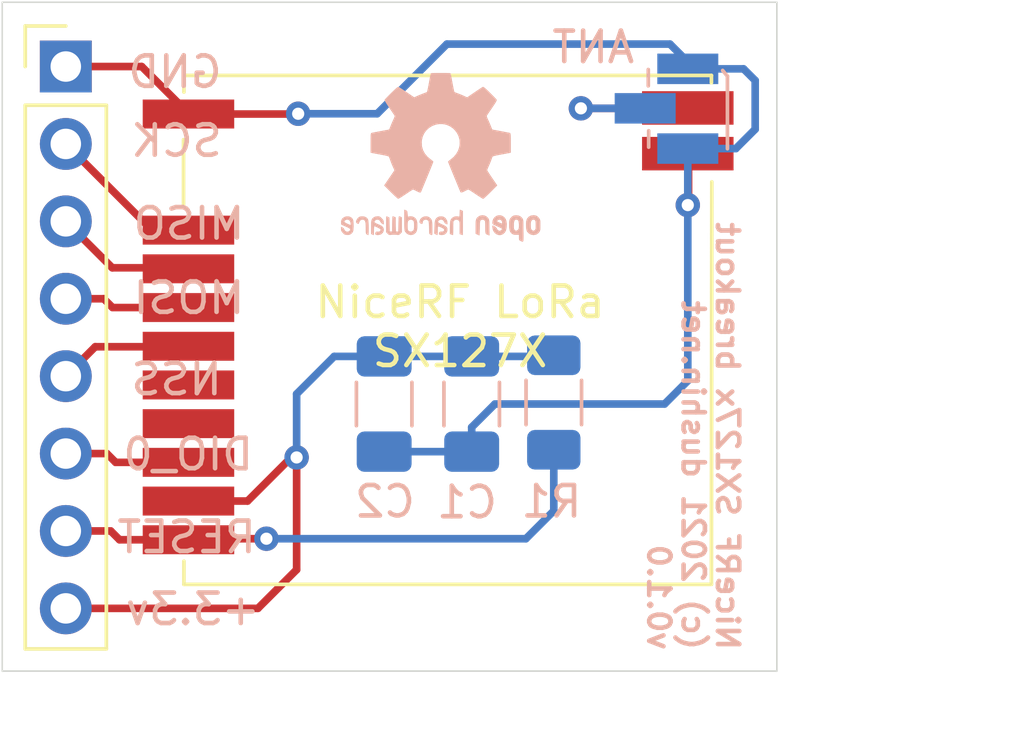
<source format=kicad_pcb>
(kicad_pcb (version 20171130) (host pcbnew "(5.1.9-0-10_14)")

  (general
    (thickness 1.6)
    (drawings 17)
    (tracks 68)
    (zones 0)
    (modules 7)
    (nets 12)
  )

  (page A4)
  (layers
    (0 F.Cu signal)
    (31 B.Cu signal)
    (32 B.Adhes user)
    (33 F.Adhes user)
    (34 B.Paste user)
    (35 F.Paste user)
    (36 B.SilkS user)
    (37 F.SilkS user)
    (38 B.Mask user)
    (39 F.Mask user)
    (40 Dwgs.User user)
    (41 Cmts.User user)
    (42 Eco1.User user)
    (43 Eco2.User user)
    (44 Edge.Cuts user)
    (45 Margin user)
    (46 B.CrtYd user)
    (47 F.CrtYd user)
    (48 B.Fab user)
    (49 F.Fab user)
  )

  (setup
    (last_trace_width 0.25)
    (trace_clearance 0.2)
    (zone_clearance 0.508)
    (zone_45_only no)
    (trace_min 0.2)
    (via_size 0.8)
    (via_drill 0.4)
    (via_min_size 0.4)
    (via_min_drill 0.3)
    (uvia_size 0.3)
    (uvia_drill 0.1)
    (uvias_allowed no)
    (uvia_min_size 0.2)
    (uvia_min_drill 0.1)
    (edge_width 0.05)
    (segment_width 0.2)
    (pcb_text_width 0.3)
    (pcb_text_size 1.5 1.5)
    (mod_edge_width 0.12)
    (mod_text_size 1 1)
    (mod_text_width 0.15)
    (pad_size 1.524 1.524)
    (pad_drill 0.762)
    (pad_to_mask_clearance 0)
    (aux_axis_origin 0 0)
    (visible_elements FFFFFF7F)
    (pcbplotparams
      (layerselection 0x010fc_ffffffff)
      (usegerberextensions false)
      (usegerberattributes true)
      (usegerberadvancedattributes true)
      (creategerberjobfile true)
      (excludeedgelayer true)
      (linewidth 0.100000)
      (plotframeref false)
      (viasonmask false)
      (mode 1)
      (useauxorigin false)
      (hpglpennumber 1)
      (hpglpenspeed 20)
      (hpglpendiameter 15.000000)
      (psnegative false)
      (psa4output false)
      (plotreference true)
      (plotvalue true)
      (plotinvisibletext false)
      (padsonsilk false)
      (subtractmaskfromsilk false)
      (outputformat 1)
      (mirror false)
      (drillshape 1)
      (scaleselection 1)
      (outputdirectory ""))
  )

  (net 0 "")
  (net 1 /GND)
  (net 2 /VCC)
  (net 3 "Net-(U1-Pad9)")
  (net 4 "Net-(U1-Pad8)")
  (net 5 /RESET)
  (net 6 /DIO0)
  (net 7 /NSS)
  (net 8 /MOSI)
  (net 9 /MISO)
  (net 10 /SCK)
  (net 11 /ANT)

  (net_class Default "This is the default net class."
    (clearance 0.2)
    (trace_width 0.25)
    (via_dia 0.8)
    (via_drill 0.4)
    (uvia_dia 0.3)
    (uvia_drill 0.1)
    (add_net /ANT)
    (add_net /DIO0)
    (add_net /GND)
    (add_net /MISO)
    (add_net /MOSI)
    (add_net /NSS)
    (add_net /RESET)
    (add_net /SCK)
    (add_net /VCC)
    (add_net "Net-(U1-Pad8)")
    (add_net "Net-(U1-Pad9)")
  )

  (module 0xFD:nicerf-lora-sx127x (layer F.Cu) (tedit 611BC697) (tstamp 611BC8B2)
    (at 133.223 71.3232)
    (path /60F0C216)
    (fp_text reference U1 (at 0.1016 8.9916) (layer F.SilkS) hide
      (effects (font (size 1 1) (thickness 0.15)))
    )
    (fp_text value "NiceRF SX127X" (at -0.0762 -11.6205) (layer F.Fab) hide
      (effects (font (size 1 1) (thickness 0.15)))
    )
    (fp_line (start 8.6487 6.9342) (end 8.6614 -6.2738) (layer F.SilkS) (width 0.12))
    (fp_line (start -8.6487 6.1722) (end -8.6487 6.9342) (layer F.SilkS) (width 0.12))
    (fp_line (start -8.65 6.9342) (end 8.65 6.9342) (layer F.SilkS) (width 0.12))
    (fp_line (start 8.6487 -9.7663) (end 8.6487 -9.525) (layer F.SilkS) (width 0.12))
    (fp_line (start -8.6487 -9.7663) (end -8.6487 -9.2202) (layer F.SilkS) (width 0.12))
    (fp_line (start -8.65 -9.7663) (end 8.65 -9.7663) (layer F.SilkS) (width 0.12))
    (fp_line (start -8.6614 -7.6581) (end -8.6614 -5.4483) (layer F.SilkS) (width 0.12))
    (pad 13 smd rect (at 7.874 -8.7) (size 3 1.1) (layers F.Cu F.Paste F.Mask)
      (net 11 /ANT))
    (pad 14 smd rect (at 7.874 -7.2) (size 3 1.1) (layers F.Cu F.Paste F.Mask)
      (net 1 /GND))
    (pad 12 smd rect (at -8.5 5.47) (size 3 0.95) (layers F.Cu F.Paste F.Mask)
      (net 5 /RESET))
    (pad 11 smd rect (at -8.5 4.2) (size 3 0.95) (layers F.Cu F.Paste F.Mask)
      (net 2 /VCC))
    (pad 10 smd rect (at -8.5 2.93) (size 3 0.95) (layers F.Cu F.Paste F.Mask)
      (net 6 /DIO0))
    (pad 9 smd rect (at -8.5 1.66) (size 3 0.95) (layers F.Cu F.Paste F.Mask)
      (net 3 "Net-(U1-Pad9)"))
    (pad 8 smd rect (at -8.5 0.39) (size 3 0.95) (layers F.Cu F.Paste F.Mask)
      (net 4 "Net-(U1-Pad8)"))
    (pad 7 smd rect (at -8.5 -0.88) (size 3 0.95) (layers F.Cu F.Paste F.Mask)
      (net 7 /NSS))
    (pad 6 smd rect (at -8.5 -2.15) (size 3 0.95) (layers F.Cu F.Paste F.Mask)
      (net 8 /MOSI))
    (pad 5 smd rect (at -8.5 -3.42) (size 3 0.95) (layers F.Cu F.Paste F.Mask)
      (net 9 /MISO))
    (pad 4 smd rect (at -8.5 -4.69) (size 3 0.95) (layers F.Cu F.Paste F.Mask)
      (net 10 /SCK))
    (pad 1 smd rect (at -8.5 -8.5) (size 3 0.95) (layers F.Cu F.Paste F.Mask)
      (net 1 /GND))
  )

  (module Resistor_SMD:R_1206_3216Metric_Pad1.30x1.75mm_HandSolder (layer B.Cu) (tedit 5F68FEEE) (tstamp 60F5C2F8)
    (at 136.7028 72.289 90)
    (descr "Resistor SMD 1206 (3216 Metric), square (rectangular) end terminal, IPC_7351 nominal with elongated pad for handsoldering. (Body size source: IPC-SM-782 page 72, https://www.pcb-3d.com/wordpress/wp-content/uploads/ipc-sm-782a_amendment_1_and_2.pdf), generated with kicad-footprint-generator")
    (tags "resistor handsolder")
    (path /60F5CD4D)
    (attr smd)
    (fp_text reference R1 (at -3.2512 -0.0762 180) (layer B.SilkS)
      (effects (font (size 1 1) (thickness 0.15)) (justify mirror))
    )
    (fp_text value 10k (at 0 -1.82 90) (layer B.Fab) hide
      (effects (font (size 1 1) (thickness 0.15)) (justify mirror))
    )
    (fp_line (start -1.6 -0.8) (end -1.6 0.8) (layer B.Fab) (width 0.1))
    (fp_line (start -1.6 0.8) (end 1.6 0.8) (layer B.Fab) (width 0.1))
    (fp_line (start 1.6 0.8) (end 1.6 -0.8) (layer B.Fab) (width 0.1))
    (fp_line (start 1.6 -0.8) (end -1.6 -0.8) (layer B.Fab) (width 0.1))
    (fp_line (start -0.727064 0.91) (end 0.727064 0.91) (layer B.SilkS) (width 0.12))
    (fp_line (start -0.727064 -0.91) (end 0.727064 -0.91) (layer B.SilkS) (width 0.12))
    (fp_line (start -2.45 -1.12) (end -2.45 1.12) (layer B.CrtYd) (width 0.05))
    (fp_line (start -2.45 1.12) (end 2.45 1.12) (layer B.CrtYd) (width 0.05))
    (fp_line (start 2.45 1.12) (end 2.45 -1.12) (layer B.CrtYd) (width 0.05))
    (fp_line (start 2.45 -1.12) (end -2.45 -1.12) (layer B.CrtYd) (width 0.05))
    (fp_text user %R (at 0 0 90) (layer B.Fab)
      (effects (font (size 0.8 0.8) (thickness 0.12)) (justify mirror))
    )
    (pad 2 smd roundrect (at 1.55 0 90) (size 1.3 1.75) (layers B.Cu B.Paste B.Mask) (roundrect_rratio 0.192308)
      (net 2 /VCC))
    (pad 1 smd roundrect (at -1.55 0 90) (size 1.3 1.75) (layers B.Cu B.Paste B.Mask) (roundrect_rratio 0.192308)
      (net 5 /RESET))
    (model ${KISYS3DMOD}/Resistor_SMD.3dshapes/R_1206_3216Metric.wrl
      (at (xyz 0 0 0))
      (scale (xyz 1 1 1))
      (rotate (xyz 0 0 0))
    )
  )

  (module Symbol:OSHW-Logo2_7.3x6mm_SilkScreen (layer B.Cu) (tedit 0) (tstamp 60F060D7)
    (at 132.9944 64.2366 180)
    (descr "Open Source Hardware Symbol")
    (tags "Logo Symbol OSHW")
    (attr virtual)
    (fp_text reference REF** (at 0 0) (layer B.SilkS) hide
      (effects (font (size 1 1) (thickness 0.15)) (justify mirror))
    )
    (fp_text value OSHW-Logo2_7.3x6mm_SilkScreen (at 0.75 0) (layer B.Fab) hide
      (effects (font (size 1 1) (thickness 0.15)) (justify mirror))
    )
    (fp_poly (pts (xy 0.10391 2.757652) (xy 0.182454 2.757222) (xy 0.239298 2.756058) (xy 0.278105 2.753793)
      (xy 0.302538 2.75006) (xy 0.316262 2.744494) (xy 0.32294 2.736727) (xy 0.326236 2.726395)
      (xy 0.326556 2.725057) (xy 0.331562 2.700921) (xy 0.340829 2.653299) (xy 0.353392 2.587259)
      (xy 0.368287 2.507872) (xy 0.384551 2.420204) (xy 0.385119 2.417125) (xy 0.40141 2.331211)
      (xy 0.416652 2.255304) (xy 0.429861 2.193955) (xy 0.440054 2.151718) (xy 0.446248 2.133145)
      (xy 0.446543 2.132816) (xy 0.464788 2.123747) (xy 0.502405 2.108633) (xy 0.551271 2.090738)
      (xy 0.551543 2.090642) (xy 0.613093 2.067507) (xy 0.685657 2.038035) (xy 0.754057 2.008403)
      (xy 0.757294 2.006938) (xy 0.868702 1.956374) (xy 1.115399 2.12484) (xy 1.191077 2.176197)
      (xy 1.259631 2.222111) (xy 1.317088 2.25997) (xy 1.359476 2.287163) (xy 1.382825 2.301079)
      (xy 1.385042 2.302111) (xy 1.40201 2.297516) (xy 1.433701 2.275345) (xy 1.481352 2.234553)
      (xy 1.546198 2.174095) (xy 1.612397 2.109773) (xy 1.676214 2.046388) (xy 1.733329 1.988549)
      (xy 1.780305 1.939825) (xy 1.813703 1.90379) (xy 1.830085 1.884016) (xy 1.830694 1.882998)
      (xy 1.832505 1.869428) (xy 1.825683 1.847267) (xy 1.80854 1.813522) (xy 1.779393 1.7652)
      (xy 1.736555 1.699308) (xy 1.679448 1.614483) (xy 1.628766 1.539823) (xy 1.583461 1.47286)
      (xy 1.54615 1.417484) (xy 1.519452 1.37758) (xy 1.505985 1.357038) (xy 1.505137 1.355644)
      (xy 1.506781 1.335962) (xy 1.519245 1.297707) (xy 1.540048 1.248111) (xy 1.547462 1.232272)
      (xy 1.579814 1.16171) (xy 1.614328 1.081647) (xy 1.642365 1.012371) (xy 1.662568 0.960955)
      (xy 1.678615 0.921881) (xy 1.687888 0.901459) (xy 1.689041 0.899886) (xy 1.706096 0.897279)
      (xy 1.746298 0.890137) (xy 1.804302 0.879477) (xy 1.874763 0.866315) (xy 1.952335 0.851667)
      (xy 2.031672 0.836551) (xy 2.107431 0.821982) (xy 2.174264 0.808978) (xy 2.226828 0.798555)
      (xy 2.259776 0.79173) (xy 2.267857 0.789801) (xy 2.276205 0.785038) (xy 2.282506 0.774282)
      (xy 2.287045 0.753902) (xy 2.290104 0.720266) (xy 2.291967 0.669745) (xy 2.292918 0.598708)
      (xy 2.29324 0.503524) (xy 2.293257 0.464508) (xy 2.293257 0.147201) (xy 2.217057 0.132161)
      (xy 2.174663 0.124005) (xy 2.1114 0.112101) (xy 2.034962 0.097884) (xy 1.953043 0.08279)
      (xy 1.9304 0.078645) (xy 1.854806 0.063947) (xy 1.788953 0.049495) (xy 1.738366 0.036625)
      (xy 1.708574 0.026678) (xy 1.703612 0.023713) (xy 1.691426 0.002717) (xy 1.673953 -0.037967)
      (xy 1.654577 -0.090322) (xy 1.650734 -0.1016) (xy 1.625339 -0.171523) (xy 1.593817 -0.250418)
      (xy 1.562969 -0.321266) (xy 1.562817 -0.321595) (xy 1.511447 -0.432733) (xy 1.680399 -0.681253)
      (xy 1.849352 -0.929772) (xy 1.632429 -1.147058) (xy 1.566819 -1.211726) (xy 1.506979 -1.268733)
      (xy 1.456267 -1.315033) (xy 1.418046 -1.347584) (xy 1.395675 -1.363343) (xy 1.392466 -1.364343)
      (xy 1.373626 -1.356469) (xy 1.33518 -1.334578) (xy 1.28133 -1.301267) (xy 1.216276 -1.259131)
      (xy 1.14594 -1.211943) (xy 1.074555 -1.16381) (xy 1.010908 -1.121928) (xy 0.959041 -1.088871)
      (xy 0.922995 -1.067218) (xy 0.906867 -1.059543) (xy 0.887189 -1.066037) (xy 0.849875 -1.08315)
      (xy 0.802621 -1.107326) (xy 0.797612 -1.110013) (xy 0.733977 -1.141927) (xy 0.690341 -1.157579)
      (xy 0.663202 -1.157745) (xy 0.649057 -1.143204) (xy 0.648975 -1.143) (xy 0.641905 -1.125779)
      (xy 0.625042 -1.084899) (xy 0.599695 -1.023525) (xy 0.567171 -0.944819) (xy 0.528778 -0.851947)
      (xy 0.485822 -0.748072) (xy 0.444222 -0.647502) (xy 0.398504 -0.536516) (xy 0.356526 -0.433703)
      (xy 0.319548 -0.342215) (xy 0.288827 -0.265201) (xy 0.265622 -0.205815) (xy 0.25119 -0.167209)
      (xy 0.246743 -0.1528) (xy 0.257896 -0.136272) (xy 0.287069 -0.10993) (xy 0.325971 -0.080887)
      (xy 0.436757 0.010961) (xy 0.523351 0.116241) (xy 0.584716 0.232734) (xy 0.619815 0.358224)
      (xy 0.627608 0.490493) (xy 0.621943 0.551543) (xy 0.591078 0.678205) (xy 0.53792 0.790059)
      (xy 0.465767 0.885999) (xy 0.377917 0.964924) (xy 0.277665 1.02573) (xy 0.16831 1.067313)
      (xy 0.053147 1.088572) (xy -0.064525 1.088401) (xy -0.18141 1.065699) (xy -0.294211 1.019362)
      (xy -0.399631 0.948287) (xy -0.443632 0.908089) (xy -0.528021 0.804871) (xy -0.586778 0.692075)
      (xy -0.620296 0.57299) (xy -0.628965 0.450905) (xy -0.613177 0.329107) (xy -0.573322 0.210884)
      (xy -0.509793 0.099525) (xy -0.422979 -0.001684) (xy -0.325971 -0.080887) (xy -0.285563 -0.111162)
      (xy -0.257018 -0.137219) (xy -0.246743 -0.152825) (xy -0.252123 -0.169843) (xy -0.267425 -0.2105)
      (xy -0.291388 -0.271642) (xy -0.322756 -0.350119) (xy -0.360268 -0.44278) (xy -0.402667 -0.546472)
      (xy -0.444337 -0.647526) (xy -0.49031 -0.758607) (xy -0.532893 -0.861541) (xy -0.570779 -0.953165)
      (xy -0.60266 -1.030316) (xy -0.627229 -1.089831) (xy -0.64318 -1.128544) (xy -0.64909 -1.143)
      (xy -0.663052 -1.157685) (xy -0.69006 -1.157642) (xy -0.733587 -1.142099) (xy -0.79711 -1.110284)
      (xy -0.797612 -1.110013) (xy -0.84544 -1.085323) (xy -0.884103 -1.067338) (xy -0.905905 -1.059614)
      (xy -0.906867 -1.059543) (xy -0.923279 -1.067378) (xy -0.959513 -1.089165) (xy -1.011526 -1.122328)
      (xy -1.075275 -1.164291) (xy -1.14594 -1.211943) (xy -1.217884 -1.260191) (xy -1.282726 -1.302151)
      (xy -1.336265 -1.335227) (xy -1.374303 -1.356821) (xy -1.392467 -1.364343) (xy -1.409192 -1.354457)
      (xy -1.44282 -1.326826) (xy -1.48999 -1.284495) (xy -1.547342 -1.230505) (xy -1.611516 -1.167899)
      (xy -1.632503 -1.146983) (xy -1.849501 -0.929623) (xy -1.684332 -0.68722) (xy -1.634136 -0.612781)
      (xy -1.590081 -0.545972) (xy -1.554638 -0.490665) (xy -1.530281 -0.450729) (xy -1.519478 -0.430036)
      (xy -1.519162 -0.428563) (xy -1.524857 -0.409058) (xy -1.540174 -0.369822) (xy -1.562463 -0.31743)
      (xy -1.578107 -0.282355) (xy -1.607359 -0.215201) (xy -1.634906 -0.147358) (xy -1.656263 -0.090034)
      (xy -1.662065 -0.072572) (xy -1.678548 -0.025938) (xy -1.69466 0.010095) (xy -1.70351 0.023713)
      (xy -1.72304 0.032048) (xy -1.765666 0.043863) (xy -1.825855 0.057819) (xy -1.898078 0.072578)
      (xy -1.9304 0.078645) (xy -2.012478 0.093727) (xy -2.091205 0.108331) (xy -2.158891 0.12102)
      (xy -2.20784 0.130358) (xy -2.217057 0.132161) (xy -2.293257 0.147201) (xy -2.293257 0.464508)
      (xy -2.293086 0.568846) (xy -2.292384 0.647787) (xy -2.290866 0.704962) (xy -2.288251 0.744001)
      (xy -2.284254 0.768535) (xy -2.278591 0.782195) (xy -2.27098 0.788611) (xy -2.267857 0.789801)
      (xy -2.249022 0.79402) (xy -2.207412 0.802438) (xy -2.14837 0.814039) (xy -2.077243 0.827805)
      (xy -1.999375 0.84272) (xy -1.920113 0.857768) (xy -1.844802 0.871931) (xy -1.778787 0.884194)
      (xy -1.727413 0.893539) (xy -1.696025 0.89895) (xy -1.689041 0.899886) (xy -1.682715 0.912404)
      (xy -1.66871 0.945754) (xy -1.649645 0.993623) (xy -1.642366 1.012371) (xy -1.613004 1.084805)
      (xy -1.578429 1.16483) (xy -1.547463 1.232272) (xy -1.524677 1.283841) (xy -1.509518 1.326215)
      (xy -1.504458 1.352166) (xy -1.505264 1.355644) (xy -1.515959 1.372064) (xy -1.54038 1.408583)
      (xy -1.575905 1.461313) (xy -1.619913 1.526365) (xy -1.669783 1.599849) (xy -1.679644 1.614355)
      (xy -1.737508 1.700296) (xy -1.780044 1.765739) (xy -1.808946 1.813696) (xy -1.82591 1.84718)
      (xy -1.832633 1.869205) (xy -1.83081 1.882783) (xy -1.830764 1.882869) (xy -1.816414 1.900703)
      (xy -1.784677 1.935183) (xy -1.73899 1.982732) (xy -1.682796 2.039778) (xy -1.619532 2.102745)
      (xy -1.612398 2.109773) (xy -1.53267 2.18698) (xy -1.471143 2.24367) (xy -1.426579 2.28089)
      (xy -1.397743 2.299685) (xy -1.385042 2.302111) (xy -1.366506 2.291529) (xy -1.328039 2.267084)
      (xy -1.273614 2.231388) (xy -1.207202 2.187053) (xy -1.132775 2.136689) (xy -1.115399 2.12484)
      (xy -0.868703 1.956374) (xy -0.757294 2.006938) (xy -0.689543 2.036405) (xy -0.616817 2.066041)
      (xy -0.554297 2.08967) (xy -0.551543 2.090642) (xy -0.50264 2.108543) (xy -0.464943 2.12368)
      (xy -0.446575 2.13279) (xy -0.446544 2.132816) (xy -0.440715 2.149283) (xy -0.430808 2.189781)
      (xy -0.417805 2.249758) (xy -0.402691 2.32466) (xy -0.386448 2.409936) (xy -0.385119 2.417125)
      (xy -0.368825 2.504986) (xy -0.353867 2.58474) (xy -0.341209 2.651319) (xy -0.331814 2.699653)
      (xy -0.326646 2.724675) (xy -0.326556 2.725057) (xy -0.323411 2.735701) (xy -0.317296 2.743738)
      (xy -0.304547 2.749533) (xy -0.2815 2.753453) (xy -0.244491 2.755865) (xy -0.189856 2.757135)
      (xy -0.113933 2.757629) (xy -0.013056 2.757714) (xy 0 2.757714) (xy 0.10391 2.757652)) (layer B.SilkS) (width 0.01))
    (fp_poly (pts (xy 3.153595 -1.966966) (xy 3.211021 -2.004497) (xy 3.238719 -2.038096) (xy 3.260662 -2.099064)
      (xy 3.262405 -2.147308) (xy 3.258457 -2.211816) (xy 3.109686 -2.276934) (xy 3.037349 -2.310202)
      (xy 2.990084 -2.336964) (xy 2.965507 -2.360144) (xy 2.961237 -2.382667) (xy 2.974889 -2.407455)
      (xy 2.989943 -2.423886) (xy 3.033746 -2.450235) (xy 3.081389 -2.452081) (xy 3.125145 -2.431546)
      (xy 3.157289 -2.390752) (xy 3.163038 -2.376347) (xy 3.190576 -2.331356) (xy 3.222258 -2.312182)
      (xy 3.265714 -2.295779) (xy 3.265714 -2.357966) (xy 3.261872 -2.400283) (xy 3.246823 -2.435969)
      (xy 3.21528 -2.476943) (xy 3.210592 -2.482267) (xy 3.175506 -2.51872) (xy 3.145347 -2.538283)
      (xy 3.107615 -2.547283) (xy 3.076335 -2.55023) (xy 3.020385 -2.550965) (xy 2.980555 -2.54166)
      (xy 2.955708 -2.527846) (xy 2.916656 -2.497467) (xy 2.889625 -2.464613) (xy 2.872517 -2.423294)
      (xy 2.863238 -2.367521) (xy 2.859693 -2.291305) (xy 2.85941 -2.252622) (xy 2.860372 -2.206247)
      (xy 2.948007 -2.206247) (xy 2.949023 -2.231126) (xy 2.951556 -2.2352) (xy 2.968274 -2.229665)
      (xy 3.004249 -2.215017) (xy 3.052331 -2.19419) (xy 3.062386 -2.189714) (xy 3.123152 -2.158814)
      (xy 3.156632 -2.131657) (xy 3.16399 -2.10622) (xy 3.146391 -2.080481) (xy 3.131856 -2.069109)
      (xy 3.07941 -2.046364) (xy 3.030322 -2.050122) (xy 2.989227 -2.077884) (xy 2.960758 -2.127152)
      (xy 2.951631 -2.166257) (xy 2.948007 -2.206247) (xy 2.860372 -2.206247) (xy 2.861285 -2.162249)
      (xy 2.868196 -2.095384) (xy 2.881884 -2.046695) (xy 2.904096 -2.010849) (xy 2.936574 -1.982513)
      (xy 2.950733 -1.973355) (xy 3.015053 -1.949507) (xy 3.085473 -1.948006) (xy 3.153595 -1.966966)) (layer B.SilkS) (width 0.01))
    (fp_poly (pts (xy 2.6526 -1.958752) (xy 2.669948 -1.966334) (xy 2.711356 -1.999128) (xy 2.746765 -2.046547)
      (xy 2.768664 -2.097151) (xy 2.772229 -2.122098) (xy 2.760279 -2.156927) (xy 2.734067 -2.175357)
      (xy 2.705964 -2.186516) (xy 2.693095 -2.188572) (xy 2.686829 -2.173649) (xy 2.674456 -2.141175)
      (xy 2.669028 -2.126502) (xy 2.63859 -2.075744) (xy 2.59452 -2.050427) (xy 2.53801 -2.051206)
      (xy 2.533825 -2.052203) (xy 2.503655 -2.066507) (xy 2.481476 -2.094393) (xy 2.466327 -2.139287)
      (xy 2.45725 -2.204615) (xy 2.453286 -2.293804) (xy 2.452914 -2.341261) (xy 2.45273 -2.416071)
      (xy 2.451522 -2.467069) (xy 2.448309 -2.499471) (xy 2.442109 -2.518495) (xy 2.43194 -2.529356)
      (xy 2.416819 -2.537272) (xy 2.415946 -2.53767) (xy 2.386828 -2.549981) (xy 2.372403 -2.554514)
      (xy 2.370186 -2.540809) (xy 2.368289 -2.502925) (xy 2.366847 -2.445715) (xy 2.365998 -2.374027)
      (xy 2.365829 -2.321565) (xy 2.366692 -2.220047) (xy 2.37007 -2.143032) (xy 2.377142 -2.086023)
      (xy 2.389088 -2.044526) (xy 2.40709 -2.014043) (xy 2.432327 -1.99008) (xy 2.457247 -1.973355)
      (xy 2.517171 -1.951097) (xy 2.586911 -1.946076) (xy 2.6526 -1.958752)) (layer B.SilkS) (width 0.01))
    (fp_poly (pts (xy 2.144876 -1.956335) (xy 2.186667 -1.975344) (xy 2.219469 -1.998378) (xy 2.243503 -2.024133)
      (xy 2.260097 -2.057358) (xy 2.270577 -2.1028) (xy 2.276271 -2.165207) (xy 2.278507 -2.249327)
      (xy 2.278743 -2.304721) (xy 2.278743 -2.520826) (xy 2.241774 -2.53767) (xy 2.212656 -2.549981)
      (xy 2.198231 -2.554514) (xy 2.195472 -2.541025) (xy 2.193282 -2.504653) (xy 2.191942 -2.451542)
      (xy 2.191657 -2.409372) (xy 2.190434 -2.348447) (xy 2.187136 -2.300115) (xy 2.182321 -2.270518)
      (xy 2.178496 -2.264229) (xy 2.152783 -2.270652) (xy 2.112418 -2.287125) (xy 2.065679 -2.309458)
      (xy 2.020845 -2.333457) (xy 1.986193 -2.35493) (xy 1.970002 -2.369685) (xy 1.969938 -2.369845)
      (xy 1.97133 -2.397152) (xy 1.983818 -2.423219) (xy 2.005743 -2.444392) (xy 2.037743 -2.451474)
      (xy 2.065092 -2.450649) (xy 2.103826 -2.450042) (xy 2.124158 -2.459116) (xy 2.136369 -2.483092)
      (xy 2.137909 -2.487613) (xy 2.143203 -2.521806) (xy 2.129047 -2.542568) (xy 2.092148 -2.552462)
      (xy 2.052289 -2.554292) (xy 1.980562 -2.540727) (xy 1.943432 -2.521355) (xy 1.897576 -2.475845)
      (xy 1.873256 -2.419983) (xy 1.871073 -2.360957) (xy 1.891629 -2.305953) (xy 1.922549 -2.271486)
      (xy 1.95342 -2.252189) (xy 2.001942 -2.227759) (xy 2.058485 -2.202985) (xy 2.06791 -2.199199)
      (xy 2.130019 -2.171791) (xy 2.165822 -2.147634) (xy 2.177337 -2.123619) (xy 2.16658 -2.096635)
      (xy 2.148114 -2.075543) (xy 2.104469 -2.049572) (xy 2.056446 -2.047624) (xy 2.012406 -2.067637)
      (xy 1.980709 -2.107551) (xy 1.976549 -2.117848) (xy 1.952327 -2.155724) (xy 1.916965 -2.183842)
      (xy 1.872343 -2.206917) (xy 1.872343 -2.141485) (xy 1.874969 -2.101506) (xy 1.88623 -2.069997)
      (xy 1.911199 -2.036378) (xy 1.935169 -2.010484) (xy 1.972441 -1.973817) (xy 2.001401 -1.954121)
      (xy 2.032505 -1.94622) (xy 2.067713 -1.944914) (xy 2.144876 -1.956335)) (layer B.SilkS) (width 0.01))
    (fp_poly (pts (xy 1.779833 -1.958663) (xy 1.782048 -1.99685) (xy 1.783784 -2.054886) (xy 1.784899 -2.12818)
      (xy 1.785257 -2.205055) (xy 1.785257 -2.465196) (xy 1.739326 -2.511127) (xy 1.707675 -2.539429)
      (xy 1.67989 -2.550893) (xy 1.641915 -2.550168) (xy 1.62684 -2.548321) (xy 1.579726 -2.542948)
      (xy 1.540756 -2.539869) (xy 1.531257 -2.539585) (xy 1.499233 -2.541445) (xy 1.453432 -2.546114)
      (xy 1.435674 -2.548321) (xy 1.392057 -2.551735) (xy 1.362745 -2.54432) (xy 1.33368 -2.521427)
      (xy 1.323188 -2.511127) (xy 1.277257 -2.465196) (xy 1.277257 -1.978602) (xy 1.314226 -1.961758)
      (xy 1.346059 -1.949282) (xy 1.364683 -1.944914) (xy 1.369458 -1.958718) (xy 1.373921 -1.997286)
      (xy 1.377775 -2.056356) (xy 1.380722 -2.131663) (xy 1.382143 -2.195286) (xy 1.386114 -2.445657)
      (xy 1.420759 -2.450556) (xy 1.452268 -2.447131) (xy 1.467708 -2.436041) (xy 1.472023 -2.415308)
      (xy 1.475708 -2.371145) (xy 1.478469 -2.309146) (xy 1.480012 -2.234909) (xy 1.480235 -2.196706)
      (xy 1.480457 -1.976783) (xy 1.526166 -1.960849) (xy 1.558518 -1.950015) (xy 1.576115 -1.944962)
      (xy 1.576623 -1.944914) (xy 1.578388 -1.958648) (xy 1.580329 -1.99673) (xy 1.582282 -2.054482)
      (xy 1.584084 -2.127227) (xy 1.585343 -2.195286) (xy 1.589314 -2.445657) (xy 1.6764 -2.445657)
      (xy 1.680396 -2.21724) (xy 1.684392 -1.988822) (xy 1.726847 -1.966868) (xy 1.758192 -1.951793)
      (xy 1.776744 -1.944951) (xy 1.777279 -1.944914) (xy 1.779833 -1.958663)) (layer B.SilkS) (width 0.01))
    (fp_poly (pts (xy 1.190117 -2.065358) (xy 1.189933 -2.173837) (xy 1.189219 -2.257287) (xy 1.187675 -2.319704)
      (xy 1.185001 -2.365085) (xy 1.180894 -2.397429) (xy 1.175055 -2.420733) (xy 1.167182 -2.438995)
      (xy 1.161221 -2.449418) (xy 1.111855 -2.505945) (xy 1.049264 -2.541377) (xy 0.980013 -2.55409)
      (xy 0.910668 -2.542463) (xy 0.869375 -2.521568) (xy 0.826025 -2.485422) (xy 0.796481 -2.441276)
      (xy 0.778655 -2.383462) (xy 0.770463 -2.306313) (xy 0.769302 -2.249714) (xy 0.769458 -2.245647)
      (xy 0.870857 -2.245647) (xy 0.871476 -2.31055) (xy 0.874314 -2.353514) (xy 0.88084 -2.381622)
      (xy 0.892523 -2.401953) (xy 0.906483 -2.417288) (xy 0.953365 -2.44689) (xy 1.003701 -2.449419)
      (xy 1.051276 -2.424705) (xy 1.054979 -2.421356) (xy 1.070783 -2.403935) (xy 1.080693 -2.383209)
      (xy 1.086058 -2.352362) (xy 1.088228 -2.304577) (xy 1.088571 -2.251748) (xy 1.087827 -2.185381)
      (xy 1.084748 -2.141106) (xy 1.078061 -2.112009) (xy 1.066496 -2.091173) (xy 1.057013 -2.080107)
      (xy 1.01296 -2.052198) (xy 0.962224 -2.048843) (xy 0.913796 -2.070159) (xy 0.90445 -2.078073)
      (xy 0.88854 -2.095647) (xy 0.87861 -2.116587) (xy 0.873278 -2.147782) (xy 0.871163 -2.196122)
      (xy 0.870857 -2.245647) (xy 0.769458 -2.245647) (xy 0.77281 -2.158568) (xy 0.784726 -2.090086)
      (xy 0.807135 -2.0386) (xy 0.842124 -1.998443) (xy 0.869375 -1.977861) (xy 0.918907 -1.955625)
      (xy 0.976316 -1.945304) (xy 1.029682 -1.948067) (xy 1.059543 -1.959212) (xy 1.071261 -1.962383)
      (xy 1.079037 -1.950557) (xy 1.084465 -1.918866) (xy 1.088571 -1.870593) (xy 1.093067 -1.816829)
      (xy 1.099313 -1.784482) (xy 1.110676 -1.765985) (xy 1.130528 -1.75377) (xy 1.143 -1.748362)
      (xy 1.190171 -1.728601) (xy 1.190117 -2.065358)) (layer B.SilkS) (width 0.01))
    (fp_poly (pts (xy 0.529926 -1.949755) (xy 0.595858 -1.974084) (xy 0.649273 -2.017117) (xy 0.670164 -2.047409)
      (xy 0.692939 -2.102994) (xy 0.692466 -2.143186) (xy 0.668562 -2.170217) (xy 0.659717 -2.174813)
      (xy 0.62153 -2.189144) (xy 0.602028 -2.185472) (xy 0.595422 -2.161407) (xy 0.595086 -2.148114)
      (xy 0.582992 -2.09921) (xy 0.551471 -2.064999) (xy 0.507659 -2.048476) (xy 0.458695 -2.052634)
      (xy 0.418894 -2.074227) (xy 0.40545 -2.086544) (xy 0.395921 -2.101487) (xy 0.389485 -2.124075)
      (xy 0.385317 -2.159328) (xy 0.382597 -2.212266) (xy 0.380502 -2.287907) (xy 0.37996 -2.311857)
      (xy 0.377981 -2.39379) (xy 0.375731 -2.451455) (xy 0.372357 -2.489608) (xy 0.367006 -2.513004)
      (xy 0.358824 -2.526398) (xy 0.346959 -2.534545) (xy 0.339362 -2.538144) (xy 0.307102 -2.550452)
      (xy 0.288111 -2.554514) (xy 0.281836 -2.540948) (xy 0.278006 -2.499934) (xy 0.2766 -2.430999)
      (xy 0.277598 -2.333669) (xy 0.277908 -2.318657) (xy 0.280101 -2.229859) (xy 0.282693 -2.165019)
      (xy 0.286382 -2.119067) (xy 0.291864 -2.086935) (xy 0.299835 -2.063553) (xy 0.310993 -2.043852)
      (xy 0.31683 -2.03541) (xy 0.350296 -1.998057) (xy 0.387727 -1.969003) (xy 0.392309 -1.966467)
      (xy 0.459426 -1.946443) (xy 0.529926 -1.949755)) (layer B.SilkS) (width 0.01))
    (fp_poly (pts (xy 0.039744 -1.950968) (xy 0.096616 -1.972087) (xy 0.097267 -1.972493) (xy 0.13244 -1.99838)
      (xy 0.158407 -2.028633) (xy 0.17667 -2.068058) (xy 0.188732 -2.121462) (xy 0.196096 -2.193651)
      (xy 0.200264 -2.289432) (xy 0.200629 -2.303078) (xy 0.205876 -2.508842) (xy 0.161716 -2.531678)
      (xy 0.129763 -2.54711) (xy 0.11047 -2.554423) (xy 0.109578 -2.554514) (xy 0.106239 -2.541022)
      (xy 0.103587 -2.504626) (xy 0.101956 -2.451452) (xy 0.1016 -2.408393) (xy 0.101592 -2.338641)
      (xy 0.098403 -2.294837) (xy 0.087288 -2.273944) (xy 0.063501 -2.272925) (xy 0.022296 -2.288741)
      (xy -0.039914 -2.317815) (xy -0.085659 -2.341963) (xy -0.109187 -2.362913) (xy -0.116104 -2.385747)
      (xy -0.116114 -2.386877) (xy -0.104701 -2.426212) (xy -0.070908 -2.447462) (xy -0.019191 -2.450539)
      (xy 0.018061 -2.450006) (xy 0.037703 -2.460735) (xy 0.049952 -2.486505) (xy 0.057002 -2.519337)
      (xy 0.046842 -2.537966) (xy 0.043017 -2.540632) (xy 0.007001 -2.55134) (xy -0.043434 -2.552856)
      (xy -0.095374 -2.545759) (xy -0.132178 -2.532788) (xy -0.183062 -2.489585) (xy -0.211986 -2.429446)
      (xy -0.217714 -2.382462) (xy -0.213343 -2.340082) (xy -0.197525 -2.305488) (xy -0.166203 -2.274763)
      (xy -0.115322 -2.24399) (xy -0.040824 -2.209252) (xy -0.036286 -2.207288) (xy 0.030821 -2.176287)
      (xy 0.072232 -2.150862) (xy 0.089981 -2.128014) (xy 0.086107 -2.104745) (xy 0.062643 -2.078056)
      (xy 0.055627 -2.071914) (xy 0.00863 -2.0481) (xy -0.040067 -2.049103) (xy -0.082478 -2.072451)
      (xy -0.110616 -2.115675) (xy -0.113231 -2.12416) (xy -0.138692 -2.165308) (xy -0.170999 -2.185128)
      (xy -0.217714 -2.20477) (xy -0.217714 -2.15395) (xy -0.203504 -2.080082) (xy -0.161325 -2.012327)
      (xy -0.139376 -1.989661) (xy -0.089483 -1.960569) (xy -0.026033 -1.9474) (xy 0.039744 -1.950968)) (layer B.SilkS) (width 0.01))
    (fp_poly (pts (xy -0.624114 -1.851289) (xy -0.619861 -1.910613) (xy -0.614975 -1.945572) (xy -0.608205 -1.96082)
      (xy -0.598298 -1.961015) (xy -0.595086 -1.959195) (xy -0.552356 -1.946015) (xy -0.496773 -1.946785)
      (xy -0.440263 -1.960333) (xy -0.404918 -1.977861) (xy -0.368679 -2.005861) (xy -0.342187 -2.037549)
      (xy -0.324001 -2.077813) (xy -0.312678 -2.131543) (xy -0.306778 -2.203626) (xy -0.304857 -2.298951)
      (xy -0.304823 -2.317237) (xy -0.3048 -2.522646) (xy -0.350509 -2.53858) (xy -0.382973 -2.54942)
      (xy -0.400785 -2.554468) (xy -0.401309 -2.554514) (xy -0.403063 -2.540828) (xy -0.404556 -2.503076)
      (xy -0.405674 -2.446224) (xy -0.406303 -2.375234) (xy -0.4064 -2.332073) (xy -0.406602 -2.246973)
      (xy -0.407642 -2.185981) (xy -0.410169 -2.144177) (xy -0.414836 -2.116642) (xy -0.422293 -2.098456)
      (xy -0.433189 -2.084698) (xy -0.439993 -2.078073) (xy -0.486728 -2.051375) (xy -0.537728 -2.049375)
      (xy -0.583999 -2.071955) (xy -0.592556 -2.080107) (xy -0.605107 -2.095436) (xy -0.613812 -2.113618)
      (xy -0.619369 -2.139909) (xy -0.622474 -2.179562) (xy -0.623824 -2.237832) (xy -0.624114 -2.318173)
      (xy -0.624114 -2.522646) (xy -0.669823 -2.53858) (xy -0.702287 -2.54942) (xy -0.720099 -2.554468)
      (xy -0.720623 -2.554514) (xy -0.721963 -2.540623) (xy -0.723172 -2.501439) (xy -0.724199 -2.4407)
      (xy -0.724998 -2.362141) (xy -0.725519 -2.269498) (xy -0.725714 -2.166509) (xy -0.725714 -1.769342)
      (xy -0.678543 -1.749444) (xy -0.631371 -1.729547) (xy -0.624114 -1.851289)) (layer B.SilkS) (width 0.01))
    (fp_poly (pts (xy -1.831697 -1.931239) (xy -1.774473 -1.969735) (xy -1.730251 -2.025335) (xy -1.703833 -2.096086)
      (xy -1.69849 -2.148162) (xy -1.699097 -2.169893) (xy -1.704178 -2.186531) (xy -1.718145 -2.201437)
      (xy -1.745411 -2.217973) (xy -1.790388 -2.239498) (xy -1.857489 -2.269374) (xy -1.857829 -2.269524)
      (xy -1.919593 -2.297813) (xy -1.970241 -2.322933) (xy -2.004596 -2.342179) (xy -2.017482 -2.352848)
      (xy -2.017486 -2.352934) (xy -2.006128 -2.376166) (xy -1.979569 -2.401774) (xy -1.949077 -2.420221)
      (xy -1.93363 -2.423886) (xy -1.891485 -2.411212) (xy -1.855192 -2.379471) (xy -1.837483 -2.344572)
      (xy -1.820448 -2.318845) (xy -1.787078 -2.289546) (xy -1.747851 -2.264235) (xy -1.713244 -2.250471)
      (xy -1.706007 -2.249714) (xy -1.697861 -2.26216) (xy -1.69737 -2.293972) (xy -1.703357 -2.336866)
      (xy -1.714643 -2.382558) (xy -1.73005 -2.422761) (xy -1.730829 -2.424322) (xy -1.777196 -2.489062)
      (xy -1.837289 -2.533097) (xy -1.905535 -2.554711) (xy -1.976362 -2.552185) (xy -2.044196 -2.523804)
      (xy -2.047212 -2.521808) (xy -2.100573 -2.473448) (xy -2.13566 -2.410352) (xy -2.155078 -2.327387)
      (xy -2.157684 -2.304078) (xy -2.162299 -2.194055) (xy -2.156767 -2.142748) (xy -2.017486 -2.142748)
      (xy -2.015676 -2.174753) (xy -2.005778 -2.184093) (xy -1.981102 -2.177105) (xy -1.942205 -2.160587)
      (xy -1.898725 -2.139881) (xy -1.897644 -2.139333) (xy -1.860791 -2.119949) (xy -1.846 -2.107013)
      (xy -1.849647 -2.093451) (xy -1.865005 -2.075632) (xy -1.904077 -2.049845) (xy -1.946154 -2.04795)
      (xy -1.983897 -2.066717) (xy -2.009966 -2.102915) (xy -2.017486 -2.142748) (xy -2.156767 -2.142748)
      (xy -2.152806 -2.106027) (xy -2.12845 -2.036212) (xy -2.094544 -1.987302) (xy -2.033347 -1.937878)
      (xy -1.965937 -1.913359) (xy -1.89712 -1.911797) (xy -1.831697 -1.931239)) (layer B.SilkS) (width 0.01))
    (fp_poly (pts (xy -2.958885 -1.921962) (xy -2.890855 -1.957733) (xy -2.840649 -2.015301) (xy -2.822815 -2.052312)
      (xy -2.808937 -2.107882) (xy -2.801833 -2.178096) (xy -2.80116 -2.254727) (xy -2.806573 -2.329552)
      (xy -2.81773 -2.394342) (xy -2.834286 -2.440873) (xy -2.839374 -2.448887) (xy -2.899645 -2.508707)
      (xy -2.971231 -2.544535) (xy -3.048908 -2.55502) (xy -3.127452 -2.53881) (xy -3.149311 -2.529092)
      (xy -3.191878 -2.499143) (xy -3.229237 -2.459433) (xy -3.232768 -2.454397) (xy -3.247119 -2.430124)
      (xy -3.256606 -2.404178) (xy -3.26221 -2.370022) (xy -3.264914 -2.321119) (xy -3.265701 -2.250935)
      (xy -3.265714 -2.2352) (xy -3.265678 -2.230192) (xy -3.120571 -2.230192) (xy -3.119727 -2.29643)
      (xy -3.116404 -2.340386) (xy -3.109417 -2.368779) (xy -3.097584 -2.388325) (xy -3.091543 -2.394857)
      (xy -3.056814 -2.41968) (xy -3.023097 -2.418548) (xy -2.989005 -2.397016) (xy -2.968671 -2.374029)
      (xy -2.956629 -2.340478) (xy -2.949866 -2.287569) (xy -2.949402 -2.281399) (xy -2.948248 -2.185513)
      (xy -2.960312 -2.114299) (xy -2.98543 -2.068194) (xy -3.02344 -2.047635) (xy -3.037008 -2.046514)
      (xy -3.072636 -2.052152) (xy -3.097006 -2.071686) (xy -3.111907 -2.109042) (xy -3.119125 -2.16815)
      (xy -3.120571 -2.230192) (xy -3.265678 -2.230192) (xy -3.265174 -2.160413) (xy -3.262904 -2.108159)
      (xy -3.257932 -2.071949) (xy -3.249287 -2.045299) (xy -3.235995 -2.021722) (xy -3.233057 -2.017338)
      (xy -3.183687 -1.958249) (xy -3.129891 -1.923947) (xy -3.064398 -1.910331) (xy -3.042158 -1.909665)
      (xy -2.958885 -1.921962)) (layer B.SilkS) (width 0.01))
    (fp_poly (pts (xy -1.283907 -1.92778) (xy -1.237328 -1.954723) (xy -1.204943 -1.981466) (xy -1.181258 -2.009484)
      (xy -1.164941 -2.043748) (xy -1.154661 -2.089227) (xy -1.149086 -2.150892) (xy -1.146884 -2.233711)
      (xy -1.146629 -2.293246) (xy -1.146629 -2.512391) (xy -1.208314 -2.540044) (xy -1.27 -2.567697)
      (xy -1.277257 -2.32767) (xy -1.280256 -2.238028) (xy -1.283402 -2.172962) (xy -1.287299 -2.128026)
      (xy -1.292553 -2.09877) (xy -1.299769 -2.080748) (xy -1.30955 -2.069511) (xy -1.312688 -2.067079)
      (xy -1.360239 -2.048083) (xy -1.408303 -2.0556) (xy -1.436914 -2.075543) (xy -1.448553 -2.089675)
      (xy -1.456609 -2.10822) (xy -1.461729 -2.136334) (xy -1.464559 -2.179173) (xy -1.465744 -2.241895)
      (xy -1.465943 -2.307261) (xy -1.465982 -2.389268) (xy -1.467386 -2.447316) (xy -1.472086 -2.486465)
      (xy -1.482013 -2.51178) (xy -1.499097 -2.528323) (xy -1.525268 -2.541156) (xy -1.560225 -2.554491)
      (xy -1.598404 -2.569007) (xy -1.593859 -2.311389) (xy -1.592029 -2.218519) (xy -1.589888 -2.149889)
      (xy -1.586819 -2.100711) (xy -1.582206 -2.066198) (xy -1.575432 -2.041562) (xy -1.565881 -2.022016)
      (xy -1.554366 -2.00477) (xy -1.49881 -1.94968) (xy -1.43102 -1.917822) (xy -1.357287 -1.910191)
      (xy -1.283907 -1.92778)) (layer B.SilkS) (width 0.01))
    (fp_poly (pts (xy -2.400256 -1.919918) (xy -2.344799 -1.947568) (xy -2.295852 -1.99848) (xy -2.282371 -2.017338)
      (xy -2.267686 -2.042015) (xy -2.258158 -2.068816) (xy -2.252707 -2.104587) (xy -2.250253 -2.156169)
      (xy -2.249714 -2.224267) (xy -2.252148 -2.317588) (xy -2.260606 -2.387657) (xy -2.276826 -2.439931)
      (xy -2.302546 -2.479869) (xy -2.339503 -2.512929) (xy -2.342218 -2.514886) (xy -2.37864 -2.534908)
      (xy -2.422498 -2.544815) (xy -2.478276 -2.547257) (xy -2.568952 -2.547257) (xy -2.56899 -2.635283)
      (xy -2.569834 -2.684308) (xy -2.574976 -2.713065) (xy -2.588413 -2.730311) (xy -2.614142 -2.744808)
      (xy -2.620321 -2.747769) (xy -2.649236 -2.761648) (xy -2.671624 -2.770414) (xy -2.688271 -2.771171)
      (xy -2.699964 -2.761023) (xy -2.70749 -2.737073) (xy -2.711634 -2.696426) (xy -2.713185 -2.636186)
      (xy -2.712929 -2.553455) (xy -2.711651 -2.445339) (xy -2.711252 -2.413) (xy -2.709815 -2.301524)
      (xy -2.708528 -2.228603) (xy -2.569029 -2.228603) (xy -2.568245 -2.290499) (xy -2.56476 -2.330997)
      (xy -2.556876 -2.357708) (xy -2.542895 -2.378244) (xy -2.533403 -2.38826) (xy -2.494596 -2.417567)
      (xy -2.460237 -2.419952) (xy -2.424784 -2.39575) (xy -2.423886 -2.394857) (xy -2.409461 -2.376153)
      (xy -2.400687 -2.350732) (xy -2.396261 -2.311584) (xy -2.394882 -2.251697) (xy -2.394857 -2.23843)
      (xy -2.398188 -2.155901) (xy -2.409031 -2.098691) (xy -2.42866 -2.063766) (xy -2.45835 -2.048094)
      (xy -2.475509 -2.046514) (xy -2.516234 -2.053926) (xy -2.544168 -2.07833) (xy -2.560983 -2.12298)
      (xy -2.56835 -2.19113) (xy -2.569029 -2.228603) (xy -2.708528 -2.228603) (xy -2.708292 -2.215245)
      (xy -2.706323 -2.150333) (xy -2.70355 -2.102958) (xy -2.699612 -2.06929) (xy -2.694151 -2.045498)
      (xy -2.686808 -2.027753) (xy -2.677223 -2.012224) (xy -2.673113 -2.006381) (xy -2.618595 -1.951185)
      (xy -2.549664 -1.91989) (xy -2.469928 -1.911165) (xy -2.400256 -1.919918)) (layer B.SilkS) (width 0.01))
  )

  (module Connector_PinHeader_2.54mm:PinHeader_1x08_P2.54mm_Vertical (layer F.Cu) (tedit 59FED5CC) (tstamp 60EFAD59)
    (at 120.7008 61.2648)
    (descr "Through hole straight pin header, 1x08, 2.54mm pitch, single row")
    (tags "Through hole pin header THT 1x08 2.54mm single row")
    (path /60F02417)
    (fp_text reference J1 (at 0 -2.33) (layer F.SilkS) hide
      (effects (font (size 1 1) (thickness 0.15)))
    )
    (fp_text value Conn_01x08_Female (at 0 20.11) (layer F.Fab) hide
      (effects (font (size 1 1) (thickness 0.15)))
    )
    (fp_line (start -0.635 -1.27) (end 1.27 -1.27) (layer F.Fab) (width 0.1))
    (fp_line (start 1.27 -1.27) (end 1.27 19.05) (layer F.Fab) (width 0.1))
    (fp_line (start 1.27 19.05) (end -1.27 19.05) (layer F.Fab) (width 0.1))
    (fp_line (start -1.27 19.05) (end -1.27 -0.635) (layer F.Fab) (width 0.1))
    (fp_line (start -1.27 -0.635) (end -0.635 -1.27) (layer F.Fab) (width 0.1))
    (fp_line (start -1.33 19.11) (end 1.33 19.11) (layer F.SilkS) (width 0.12))
    (fp_line (start -1.33 1.27) (end -1.33 19.11) (layer F.SilkS) (width 0.12))
    (fp_line (start 1.33 1.27) (end 1.33 19.11) (layer F.SilkS) (width 0.12))
    (fp_line (start -1.33 1.27) (end 1.33 1.27) (layer F.SilkS) (width 0.12))
    (fp_line (start -1.33 0) (end -1.33 -1.33) (layer F.SilkS) (width 0.12))
    (fp_line (start -1.33 -1.33) (end 0 -1.33) (layer F.SilkS) (width 0.12))
    (fp_line (start -1.8 -1.8) (end -1.8 19.55) (layer F.CrtYd) (width 0.05))
    (fp_line (start -1.8 19.55) (end 1.8 19.55) (layer F.CrtYd) (width 0.05))
    (fp_line (start 1.8 19.55) (end 1.8 -1.8) (layer F.CrtYd) (width 0.05))
    (fp_line (start 1.8 -1.8) (end -1.8 -1.8) (layer F.CrtYd) (width 0.05))
    (fp_text user %R (at 0 8.89 90) (layer F.Fab) hide
      (effects (font (size 1 1) (thickness 0.15)))
    )
    (pad 8 thru_hole oval (at 0 17.78) (size 1.7 1.7) (drill 1) (layers *.Cu *.Mask)
      (net 2 /VCC))
    (pad 7 thru_hole oval (at 0 15.24) (size 1.7 1.7) (drill 1) (layers *.Cu *.Mask)
      (net 5 /RESET))
    (pad 6 thru_hole oval (at 0 12.7) (size 1.7 1.7) (drill 1) (layers *.Cu *.Mask)
      (net 6 /DIO0))
    (pad 5 thru_hole oval (at 0 10.16) (size 1.7 1.7) (drill 1) (layers *.Cu *.Mask)
      (net 7 /NSS))
    (pad 4 thru_hole oval (at 0 7.62) (size 1.7 1.7) (drill 1) (layers *.Cu *.Mask)
      (net 8 /MOSI))
    (pad 3 thru_hole oval (at 0 5.08) (size 1.7 1.7) (drill 1) (layers *.Cu *.Mask)
      (net 9 /MISO))
    (pad 2 thru_hole oval (at 0 2.54) (size 1.7 1.7) (drill 1) (layers *.Cu *.Mask)
      (net 10 /SCK))
    (pad 1 thru_hole rect (at 0 0) (size 1.7 1.7) (drill 1) (layers *.Cu *.Mask)
      (net 1 /GND))
    (model ${KISYS3DMOD}/Connector_PinHeader_2.54mm.3dshapes/PinHeader_1x08_P2.54mm_Vertical.wrl
      (at (xyz 0 0 0))
      (scale (xyz 1 1 1))
      (rotate (xyz 0 0 0))
    )
  )

  (module 0xFD:IPEX_Antenna_Connector (layer B.Cu) (tedit 60EF5E61) (tstamp 60EFA83A)
    (at 141.097 62.6618 270)
    (path /60EF641C)
    (fp_text reference J2 (at 0.4445 -2.8829 90) (layer B.SilkS) hide
      (effects (font (size 1 1) (thickness 0.15)) (justify mirror))
    )
    (fp_text value Conn_01x02_Female (at 0.1016 -2.4384 90) (layer B.SilkS) hide
      (effects (font (size 1 1) (thickness 0.15)) (justify mirror))
    )
    (fp_line (start -1.0795 -1.3) (end -1.27 -1.143) (layer B.SilkS) (width 0.12))
    (fp_line (start 0.7112 1.2827) (end 1.2492 1.2827) (layer B.SilkS) (width 0.12))
    (fp_line (start -1.0795 -1.3) (end 1.3 -1.3) (layer B.SilkS) (width 0.12))
    (fp_line (start -1.3 1.2954) (end -0.762 1.2954) (layer B.SilkS) (width 0.12))
    (pad 2 smd rect (at -0.0254 1.397) (size 2 1) (layers B.Cu B.Paste B.Mask)
      (net 11 /ANT))
    (pad 1 smd rect (at 1.2954 0 270) (size 1 2) (layers B.Cu B.Paste B.Mask)
      (net 1 /GND))
    (pad 1 smd rect (at -1.3208 0) (size 2 1) (layers B.Cu B.Paste B.Mask)
      (net 1 /GND))
  )

  (module Capacitor_SMD:C_1206_3216Metric_Pad1.33x1.80mm_HandSolder (layer B.Cu) (tedit 5F68FEEF) (tstamp 60EFA811)
    (at 131.1402 72.3392 270)
    (descr "Capacitor SMD 1206 (3216 Metric), square (rectangular) end terminal, IPC_7351 nominal with elongated pad for handsoldering. (Body size source: IPC-SM-782 page 76, https://www.pcb-3d.com/wordpress/wp-content/uploads/ipc-sm-782a_amendment_1_and_2.pdf), generated with kicad-footprint-generator")
    (tags "capacitor handsolder")
    (path /60F11859)
    (attr smd)
    (fp_text reference C2 (at 3.2004 -0.0254) (layer B.SilkS)
      (effects (font (size 1 1) (thickness 0.15)) (justify mirror))
    )
    (fp_text value 102pF (at 0 -1.85 270) (layer B.Fab) hide
      (effects (font (size 1 1) (thickness 0.15)) (justify mirror))
    )
    (fp_line (start -1.6 -0.8) (end -1.6 0.8) (layer B.Fab) (width 0.1))
    (fp_line (start -1.6 0.8) (end 1.6 0.8) (layer B.Fab) (width 0.1))
    (fp_line (start 1.6 0.8) (end 1.6 -0.8) (layer B.Fab) (width 0.1))
    (fp_line (start 1.6 -0.8) (end -1.6 -0.8) (layer B.Fab) (width 0.1))
    (fp_line (start -0.711252 0.91) (end 0.711252 0.91) (layer B.SilkS) (width 0.12))
    (fp_line (start -0.711252 -0.91) (end 0.711252 -0.91) (layer B.SilkS) (width 0.12))
    (fp_line (start -2.48 -1.15) (end -2.48 1.15) (layer B.CrtYd) (width 0.05))
    (fp_line (start -2.48 1.15) (end 2.48 1.15) (layer B.CrtYd) (width 0.05))
    (fp_line (start 2.48 1.15) (end 2.48 -1.15) (layer B.CrtYd) (width 0.05))
    (fp_line (start 2.48 -1.15) (end -2.48 -1.15) (layer B.CrtYd) (width 0.05))
    (fp_text user %R (at 0 0 270) (layer B.Fab) hide
      (effects (font (size 0.8 0.8) (thickness 0.12)) (justify mirror))
    )
    (pad 2 smd roundrect (at 1.5625 0 270) (size 1.325 1.8) (layers B.Cu B.Paste B.Mask) (roundrect_rratio 0.188679)
      (net 1 /GND))
    (pad 1 smd roundrect (at -1.5625 0 270) (size 1.325 1.8) (layers B.Cu B.Paste B.Mask) (roundrect_rratio 0.188679)
      (net 2 /VCC))
    (model ${KISYS3DMOD}/Capacitor_SMD.3dshapes/C_1206_3216Metric.wrl
      (at (xyz 0 0 0))
      (scale (xyz 1 1 1))
      (rotate (xyz 0 0 0))
    )
  )

  (module Capacitor_SMD:C_1206_3216Metric_Pad1.33x1.80mm_HandSolder (layer B.Cu) (tedit 5F68FEEF) (tstamp 60EFA800)
    (at 134.0104 72.3392 270)
    (descr "Capacitor SMD 1206 (3216 Metric), square (rectangular) end terminal, IPC_7351 nominal with elongated pad for handsoldering. (Body size source: IPC-SM-782 page 76, https://www.pcb-3d.com/wordpress/wp-content/uploads/ipc-sm-782a_amendment_1_and_2.pdf), generated with kicad-footprint-generator")
    (tags "capacitor handsolder")
    (path /60F113E8)
    (attr smd)
    (fp_text reference C1 (at 3.2258 0.1524) (layer B.SilkS)
      (effects (font (size 1 1) (thickness 0.15)) (justify mirror))
    )
    (fp_text value 100pF (at 0 -1.85 270) (layer B.Fab) hide
      (effects (font (size 1 1) (thickness 0.15)) (justify mirror))
    )
    (fp_line (start -1.6 -0.8) (end -1.6 0.8) (layer B.Fab) (width 0.1))
    (fp_line (start -1.6 0.8) (end 1.6 0.8) (layer B.Fab) (width 0.1))
    (fp_line (start 1.6 0.8) (end 1.6 -0.8) (layer B.Fab) (width 0.1))
    (fp_line (start 1.6 -0.8) (end -1.6 -0.8) (layer B.Fab) (width 0.1))
    (fp_line (start -0.711252 0.91) (end 0.711252 0.91) (layer B.SilkS) (width 0.12))
    (fp_line (start -0.711252 -0.91) (end 0.711252 -0.91) (layer B.SilkS) (width 0.12))
    (fp_line (start -2.48 -1.15) (end -2.48 1.15) (layer B.CrtYd) (width 0.05))
    (fp_line (start -2.48 1.15) (end 2.48 1.15) (layer B.CrtYd) (width 0.05))
    (fp_line (start 2.48 1.15) (end 2.48 -1.15) (layer B.CrtYd) (width 0.05))
    (fp_line (start 2.48 -1.15) (end -2.48 -1.15) (layer B.CrtYd) (width 0.05))
    (fp_text user %R (at 0 0 270) (layer B.Fab)
      (effects (font (size 0.8 0.8) (thickness 0.12)) (justify mirror))
    )
    (pad 2 smd roundrect (at 1.5625 0 270) (size 1.325 1.8) (layers B.Cu B.Paste B.Mask) (roundrect_rratio 0.188679)
      (net 1 /GND))
    (pad 1 smd roundrect (at -1.5625 0 270) (size 1.325 1.8) (layers B.Cu B.Paste B.Mask) (roundrect_rratio 0.188679)
      (net 2 /VCC))
    (model ${KISYS3DMOD}/Capacitor_SMD.3dshapes/C_1206_3216Metric.wrl
      (at (xyz 0 0 0))
      (scale (xyz 1 1 1))
      (rotate (xyz 0 0 0))
    )
  )

  (gr_text "NiceRF LoRa\nSX127X" (at 133.6294 69.7992) (layer F.SilkS)
    (effects (font (size 1 1) (thickness 0.15)))
  )
  (gr_text ANT (at 137.9982 60.6298) (layer B.SilkS) (tstamp 611BC58D)
    (effects (font (size 1 1) (thickness 0.15)) (justify mirror))
  )
  (dimension 25.4 (width 0.15) (layer Dwgs.User)
    (gr_text "25.400 mm" (at 131.318 84.3834) (layer Dwgs.User)
      (effects (font (size 1 1) (thickness 0.15)))
    )
    (feature1 (pts (xy 144.018 81.4832) (xy 144.018 83.669821)))
    (feature2 (pts (xy 118.618 81.4832) (xy 118.618 83.669821)))
    (crossbar (pts (xy 118.618 83.0834) (xy 144.018 83.0834)))
    (arrow1a (pts (xy 144.018 83.0834) (xy 142.891496 83.669821)))
    (arrow1b (pts (xy 144.018 83.0834) (xy 142.891496 82.496979)))
    (arrow2a (pts (xy 118.618 83.0834) (xy 119.744504 83.669821)))
    (arrow2b (pts (xy 118.618 83.0834) (xy 119.744504 82.496979)))
  )
  (gr_text "NiceRF SX127x breakout\n(c) 2021 dushin.net\nv0.1.0" (at 141.2748 80.4926 -90) (layer B.SilkS)
    (effects (font (size 0.7 0.75) (thickness 0.15)) (justify left mirror))
  )
  (dimension 21.9456 (width 0.15) (layer Dwgs.User)
    (gr_text "21.946 mm" (at 150.779 70.1294 270) (layer Dwgs.User)
      (effects (font (size 1 1) (thickness 0.15)))
    )
    (feature1 (pts (xy 144.2466 81.1022) (xy 150.065421 81.1022)))
    (feature2 (pts (xy 144.2466 59.1566) (xy 150.065421 59.1566)))
    (crossbar (pts (xy 149.479 59.1566) (xy 149.479 81.1022)))
    (arrow1a (pts (xy 149.479 81.1022) (xy 148.892579 79.975696)))
    (arrow1b (pts (xy 149.479 81.1022) (xy 150.065421 79.975696)))
    (arrow2a (pts (xy 149.479 59.1566) (xy 148.892579 60.283104)))
    (arrow2b (pts (xy 149.479 59.1566) (xy 150.065421 60.283104)))
  )
  (gr_text +3.3v (at 124.8664 79.0702) (layer B.SilkS)
    (effects (font (size 1 1) (thickness 0.15)) (justify mirror))
  )
  (gr_text RESET (at 124.6632 76.708) (layer B.SilkS)
    (effects (font (size 1 1) (thickness 0.15)) (justify mirror))
  )
  (gr_text DIO_0 (at 124.714 73.9902) (layer B.SilkS)
    (effects (font (size 1 1) (thickness 0.15)) (justify mirror))
  )
  (gr_text NSS (at 124.333 71.5264) (layer B.SilkS)
    (effects (font (size 1 1) (thickness 0.15)) (justify mirror))
  )
  (gr_text MOSI (at 124.7394 68.8594) (layer B.SilkS)
    (effects (font (size 1 1) (thickness 0.15)) (justify mirror))
  )
  (gr_text MISO (at 124.7394 66.421) (layer B.SilkS)
    (effects (font (size 1 1) (thickness 0.15)) (justify mirror))
  )
  (gr_text SCK (at 124.333 63.7032) (layer B.SilkS)
    (effects (font (size 1 1) (thickness 0.15)) (justify mirror))
  )
  (gr_text GND (at 124.2822 61.4426) (layer B.SilkS)
    (effects (font (size 1 1) (thickness 0.15)) (justify mirror))
  )
  (gr_line (start 118.618 81.1022) (end 118.618 59.1566) (layer Edge.Cuts) (width 0.05))
  (gr_line (start 144.018 81.1022) (end 118.618 81.1022) (layer Edge.Cuts) (width 0.05))
  (gr_line (start 144.018 59.1566) (end 144.018 81.1022) (layer Edge.Cuts) (width 0.05))
  (gr_line (start 118.618 59.1566) (end 144.018 59.1566) (layer Edge.Cuts) (width 0.05))

  (segment (start 123.19 61.2648) (end 124.7484 62.8232) (width 0.25) (layer F.Cu) (net 1))
  (segment (start 120.7008 61.2648) (end 123.19 61.2648) (width 0.25) (layer F.Cu) (net 1))
  (via (at 128.3208 62.8142) (size 0.8) (drill 0.4) (layers F.Cu B.Cu) (net 1))
  (segment (start 128.3118 62.8232) (end 128.3208 62.8142) (width 0.25) (layer F.Cu) (net 1))
  (segment (start 124.7484 62.8232) (end 128.3118 62.8232) (width 0.25) (layer F.Cu) (net 1))
  (segment (start 130.9116 62.8142) (end 128.3208 62.8142) (width 0.25) (layer B.Cu) (net 1))
  (segment (start 141.1106 64.135) (end 141.1224 64.1232) (width 0.25) (layer F.Cu) (net 1))
  (segment (start 141.1224 64.1232) (end 141.1224 63.9318) (width 0.25) (layer F.Cu) (net 1))
  (segment (start 133.1976 60.5282) (end 130.9116 62.8142) (width 0.25) (layer B.Cu) (net 1))
  (segment (start 141.097 63.9572) (end 142.6718 63.9572) (width 0.25) (layer B.Cu) (net 1))
  (segment (start 142.6718 63.9572) (end 143.3068 63.3222) (width 0.25) (layer B.Cu) (net 1))
  (segment (start 143.3068 63.3222) (end 143.3068 61.722) (width 0.25) (layer B.Cu) (net 1))
  (segment (start 142.9258 61.341) (end 141.097 61.341) (width 0.25) (layer B.Cu) (net 1))
  (segment (start 143.3068 61.722) (end 142.9258 61.341) (width 0.25) (layer B.Cu) (net 1))
  (segment (start 141.097 61.341) (end 141.097 61.1124) (width 0.25) (layer B.Cu) (net 1))
  (segment (start 140.5128 60.5282) (end 133.1976 60.5282) (width 0.25) (layer B.Cu) (net 1))
  (segment (start 141.097 61.1124) (end 140.5128 60.5282) (width 0.25) (layer B.Cu) (net 1))
  (segment (start 141.1224 65.786) (end 141.097 65.8114) (width 0.25) (layer F.Cu) (net 1))
  (via (at 141.097 65.8114) (size 0.8) (drill 0.4) (layers F.Cu B.Cu) (net 1))
  (segment (start 141.1224 64.1232) (end 141.1224 65.786) (width 0.25) (layer F.Cu) (net 1))
  (segment (start 141.097 65.8114) (end 141.097 71.5772) (width 0.25) (layer B.Cu) (net 1))
  (segment (start 141.097 63.9572) (end 141.097 65.8114) (width 0.25) (layer B.Cu) (net 1))
  (segment (start 131.1402 73.9017) (end 134.0104 73.9017) (width 0.25) (layer B.Cu) (net 1))
  (segment (start 134.0104 73.9017) (end 134.0104 73.1012) (width 0.25) (layer B.Cu) (net 1))
  (segment (start 134.0104 73.1012) (end 134.7724 72.3392) (width 0.25) (layer B.Cu) (net 1))
  (segment (start 140.335 72.3392) (end 141.097 71.5772) (width 0.25) (layer B.Cu) (net 1))
  (segment (start 134.7724 72.3392) (end 140.335 72.3392) (width 0.25) (layer B.Cu) (net 1))
  (via (at 128.27 74.0918) (size 0.8) (drill 0.4) (layers F.Cu B.Cu) (net 2))
  (segment (start 120.7008 79.0448) (end 127 79.0448) (width 0.25) (layer F.Cu) (net 2))
  (segment (start 128.27 77.7748) (end 128.27 74.0918) (width 0.25) (layer F.Cu) (net 2))
  (segment (start 127 79.0448) (end 128.27 77.7748) (width 0.25) (layer F.Cu) (net 2))
  (segment (start 124.7484 75.5232) (end 126.6608 75.5232) (width 0.25) (layer F.Cu) (net 2))
  (segment (start 128.0922 74.0918) (end 128.27 74.0918) (width 0.25) (layer F.Cu) (net 2))
  (segment (start 126.6608 75.5232) (end 128.0922 74.0918) (width 0.25) (layer F.Cu) (net 2))
  (segment (start 128.27 74.0918) (end 128.27 72.009) (width 0.25) (layer B.Cu) (net 2))
  (segment (start 129.5023 70.7767) (end 131.1402 70.7767) (width 0.25) (layer B.Cu) (net 2))
  (segment (start 128.27 72.009) (end 129.5023 70.7767) (width 0.25) (layer B.Cu) (net 2))
  (segment (start 131.1402 70.7767) (end 134.0104 70.7767) (width 0.25) (layer B.Cu) (net 2))
  (segment (start 136.6651 70.7767) (end 136.7028 70.739) (width 0.25) (layer B.Cu) (net 2))
  (segment (start 134.0104 70.7767) (end 136.6651 70.7767) (width 0.25) (layer B.Cu) (net 2))
  (segment (start 120.7008 76.5048) (end 122.174 76.5048) (width 0.25) (layer F.Cu) (net 5))
  (segment (start 122.4624 76.7932) (end 124.7484 76.7932) (width 0.25) (layer F.Cu) (net 5))
  (segment (start 122.174 76.5048) (end 122.4624 76.7932) (width 0.25) (layer F.Cu) (net 5))
  (via (at 127.2794 76.7588) (size 0.8) (drill 0.4) (layers F.Cu B.Cu) (net 5))
  (segment (start 124.7828 76.7588) (end 124.7484 76.7932) (width 0.25) (layer F.Cu) (net 5))
  (segment (start 127.2794 76.7588) (end 124.7828 76.7588) (width 0.25) (layer F.Cu) (net 5))
  (segment (start 136.7028 73.839) (end 136.7028 75.8444) (width 0.25) (layer B.Cu) (net 5))
  (segment (start 135.7884 76.7588) (end 127.2794 76.7588) (width 0.25) (layer B.Cu) (net 5))
  (segment (start 136.7028 75.8444) (end 135.7884 76.7588) (width 0.25) (layer B.Cu) (net 5))
  (segment (start 120.7008 73.9648) (end 122.047 73.9648) (width 0.25) (layer F.Cu) (net 6))
  (segment (start 122.3354 74.2532) (end 124.7484 74.2532) (width 0.25) (layer F.Cu) (net 6))
  (segment (start 122.047 73.9648) (end 122.3354 74.2532) (width 0.25) (layer F.Cu) (net 6))
  (segment (start 120.7008 71.4248) (end 121.666 70.4596) (width 0.25) (layer F.Cu) (net 7))
  (segment (start 124.732 70.4596) (end 124.7484 70.4432) (width 0.25) (layer F.Cu) (net 7))
  (segment (start 121.666 70.4596) (end 124.732 70.4596) (width 0.25) (layer F.Cu) (net 7))
  (segment (start 120.7008 68.8848) (end 121.9454 68.8848) (width 0.25) (layer F.Cu) (net 8))
  (segment (start 122.2338 69.1732) (end 124.7484 69.1732) (width 0.25) (layer F.Cu) (net 8))
  (segment (start 121.9454 68.8848) (end 122.2338 69.1732) (width 0.25) (layer F.Cu) (net 8))
  (segment (start 120.7008 66.3448) (end 122.2248 67.8688) (width 0.25) (layer F.Cu) (net 9))
  (segment (start 124.714 67.8688) (end 124.7484 67.9032) (width 0.25) (layer F.Cu) (net 9))
  (segment (start 122.2248 67.8688) (end 124.714 67.8688) (width 0.25) (layer F.Cu) (net 9))
  (segment (start 123.5292 66.6332) (end 124.7484 66.6332) (width 0.25) (layer F.Cu) (net 10))
  (segment (start 120.7008 63.8048) (end 123.5292 66.6332) (width 0.25) (layer F.Cu) (net 10))
  (segment (start 141.1224 62.6232) (end 139.7376 62.6232) (width 0.25) (layer F.Cu) (net 11))
  (via (at 137.5918 62.6364) (size 0.8) (drill 0.4) (layers F.Cu B.Cu) (net 11))
  (segment (start 139.7 62.6364) (end 137.5918 62.6364) (width 0.25) (layer B.Cu) (net 11))
  (segment (start 141.1092 62.6364) (end 141.1224 62.6232) (width 0.25) (layer F.Cu) (net 11))
  (segment (start 137.5918 62.6364) (end 141.1092 62.6364) (width 0.25) (layer F.Cu) (net 11))

)

</source>
